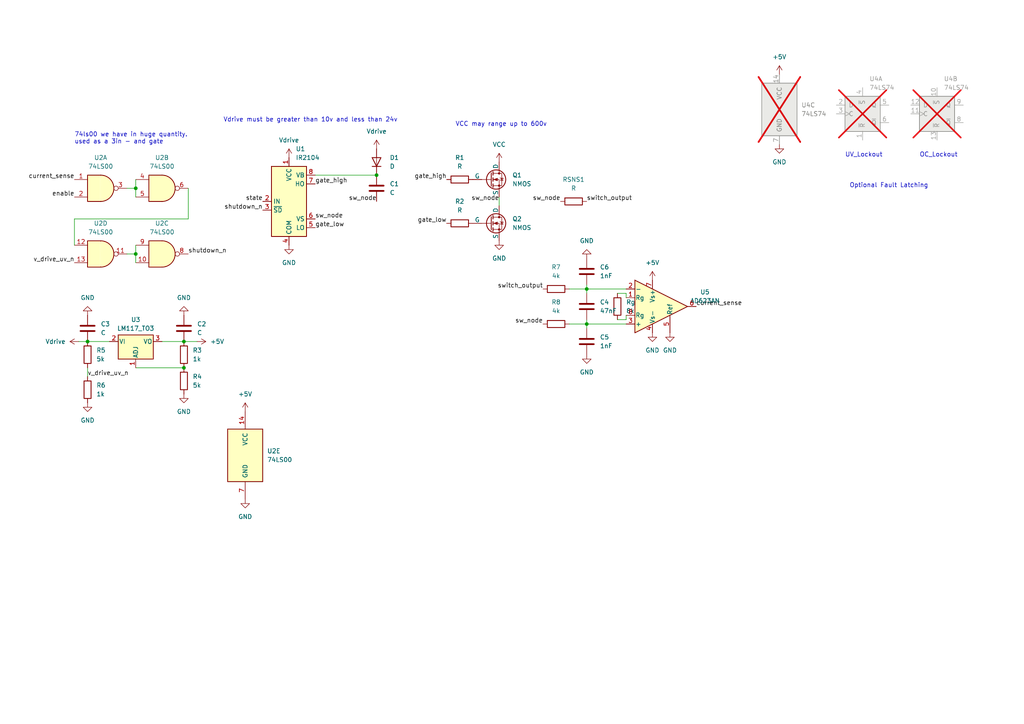
<source format=kicad_sch>
(kicad_sch (version 20230121) (generator eeschema)
  (paper "A4")
  (lib_symbols
    (symbol "74xx:74LS00" (pin_names (offset 1.016))
      (property "Reference" "U" (at 0 1.27 0))
      (property "Value" "74LS00" (at 0 -1.27 0))
      (symbol "74LS00_1_1"
        (arc (start 0 -3.81) (mid 3.7934 0) (end 0 3.81) (stroke (width 0.254)) (fill (type background)))
        (polyline (pts (xy 0 3.81) (xy -3.81 3.81) (xy -3.81 -3.81) (xy 0 -3.81)) (stroke (width 0.254)) (fill (type background)))
        (pin input line (at -7.62 2.54 0) (length 3.81) (name "~") (number "1"))
        (pin input line (at -7.62 -2.54 0) (length 3.81) (name "~") (number "2"))
        (pin output inverted (at 7.62 0 180) (length 3.81) (name "~") (number "3"))
      )
      (symbol "74LS00_1_2"
        (arc (start -3.81 -3.81) (mid -2.589 0) (end -3.81 3.81) (stroke (width 0.254)))
        (arc (start -0.6096 -3.81) (mid 2.1842 -2.5851) (end 3.81 0) (stroke (width 0.254)) (fill (type background)))
        (polyline (pts (xy -3.81 -3.81) (xy -0.635 -3.81)) (stroke (width 0.254)) (fill (type background)))
        (polyline (pts (xy -3.81 3.81) (xy -0.635 3.81)) (stroke (width 0.254)) (fill (type background)))
        (polyline (pts (xy -0.635 3.81) (xy -3.81 3.81) (xy -3.81 3.81) (xy -3.556 3.4036) (xy -3.0226 2.2606) (xy -2.6924 1.0414) (xy -2.6162 -0.254) (xy -2.7686 -1.4986) (xy -3.175 -2.7178) (xy -3.81 -3.81) (xy -3.81 -3.81) (xy -0.635 -3.81)) (stroke (width -25.4)) (fill (type background)))
        (arc (start 3.81 0) (mid 2.1915 2.5936) (end -0.6096 3.81) (stroke (width 0.254)) (fill (type background)))
        (pin input inverted (at -7.62 2.54 0) (length 4.318) (name "~") (number "1"))
        (pin input inverted (at -7.62 -2.54 0) (length 4.318) (name "~") (number "2"))
        (pin output line (at 7.62 0 180) (length 3.81) (name "~") (number "3"))
      )
      (symbol "74LS00_2_1"
        (arc (start 0 -3.81) (mid 3.7934 0) (end 0 3.81) (stroke (width 0.254)) (fill (type background)))
        (polyline (pts (xy 0 3.81) (xy -3.81 3.81) (xy -3.81 -3.81) (xy 0 -3.81)) (stroke (width 0.254)) (fill (type background)))
        (pin input line (at -7.62 2.54 0) (length 3.81) (name "~") (number "4"))
        (pin input line (at -7.62 -2.54 0) (length 3.81) (name "~") (number "5"))
        (pin output inverted (at 7.62 0 180) (length 3.81) (name "~") (number "6"))
      )
      (symbol "74LS00_2_2"
        (arc (start -3.81 -3.81) (mid -2.589 0) (end -3.81 3.81) (stroke (width 0.254)))
        (arc (start -0.6096 -3.81) (mid 2.1842 -2.5851) (end 3.81 0) (stroke (width 0.254)) (fill (type background)))
        (polyline (pts (xy -3.81 -3.81) (xy -0.635 -3.81)) (stroke (width 0.254)) (fill (type background)))
        (polyline (pts (xy -3.81 3.81) (xy -0.635 3.81)) (stroke (width 0.254)) (fill (type background)))
        (polyline (pts (xy -0.635 3.81) (xy -3.81 3.81) (xy -3.81 3.81) (xy -3.556 3.4036) (xy -3.0226 2.2606) (xy -2.6924 1.0414) (xy -2.6162 -0.254) (xy -2.7686 -1.4986) (xy -3.175 -2.7178) (xy -3.81 -3.81) (xy -3.81 -3.81) (xy -0.635 -3.81)) (stroke (width -25.4)) (fill (type background)))
        (arc (start 3.81 0) (mid 2.1915 2.5936) (end -0.6096 3.81) (stroke (width 0.254)) (fill (type background)))
        (pin input inverted (at -7.62 2.54 0) (length 4.318) (name "~") (number "4"))
        (pin input inverted (at -7.62 -2.54 0) (length 4.318) (name "~") (number "5"))
        (pin output line (at 7.62 0 180) (length 3.81) (name "~") (number "6"))
      )
      (symbol "74LS00_3_1"
        (arc (start 0 -3.81) (mid 3.7934 0) (end 0 3.81) (stroke (width 0.254)) (fill (type background)))
        (polyline (pts (xy 0 3.81) (xy -3.81 3.81) (xy -3.81 -3.81) (xy 0 -3.81)) (stroke (width 0.254)) (fill (type background)))
        (pin input line (at -7.62 -2.54 0) (length 3.81) (name "~") (number "10"))
        (pin output inverted (at 7.62 0 180) (length 3.81) (name "~") (number "8"))
        (pin input line (at -7.62 2.54 0) (length 3.81) (name "~") (number "9"))
      )
      (symbol "74LS00_3_2"
        (arc (start -3.81 -3.81) (mid -2.589 0) (end -3.81 3.81) (stroke (width 0.254)))
        (arc (start -0.6096 -3.81) (mid 2.1842 -2.5851) (end 3.81 0) (stroke (width 0.254)) (fill (type background)))
        (polyline (pts (xy -3.81 -3.81) (xy -0.635 -3.81)) (stroke (width 0.254)) (fill (type background)))
        (polyline (pts (xy -3.81 3.81) (xy -0.635 3.81)) (stroke (width 0.254)) (fill (type background)))
        (polyline (pts (xy -0.635 3.81) (xy -3.81 3.81) (xy -3.81 3.81) (xy -3.556 3.4036) (xy -3.0226 2.2606) (xy -2.6924 1.0414) (xy -2.6162 -0.254) (xy -2.7686 -1.4986) (xy -3.175 -2.7178) (xy -3.81 -3.81) (xy -3.81 -3.81) (xy -0.635 -3.81)) (stroke (width -25.4)) (fill (type background)))
        (arc (start 3.81 0) (mid 2.1915 2.5936) (end -0.6096 3.81) (stroke (width 0.254)) (fill (type background)))
        (pin input inverted (at -7.62 -2.54 0) (length 4.318) (name "~") (number "10"))
        (pin output line (at 7.62 0 180) (length 3.81) (name "~") (number "8"))
        (pin input inverted (at -7.62 2.54 0) (length 4.318) (name "~") (number "9"))
      )
      (symbol "74LS00_4_1"
        (arc (start 0 -3.81) (mid 3.7934 0) (end 0 3.81) (stroke (width 0.254)) (fill (type background)))
        (polyline (pts (xy 0 3.81) (xy -3.81 3.81) (xy -3.81 -3.81) (xy 0 -3.81)) (stroke (width 0.254)) (fill (type background)))
        (pin output inverted (at 7.62 0 180) (length 3.81) (name "~") (number "11"))
        (pin input line (at -7.62 2.54 0) (length 3.81) (name "~") (number "12"))
        (pin input line (at -7.62 -2.54 0) (length 3.81) (name "~") (number "13"))
      )
      (symbol "74LS00_4_2"
        (arc (start -3.81 -3.81) (mid -2.589 0) (end -3.81 3.81) (stroke (width 0.254)))
        (arc (start -0.6096 -3.81) (mid 2.1842 -2.5851) (end 3.81 0) (stroke (width 0.254)) (fill (type background)))
        (polyline (pts (xy -3.81 -3.81) (xy -0.635 -3.81)) (stroke (width 0.254)) (fill (type background)))
        (polyline (pts (xy -3.81 3.81) (xy -0.635 3.81)) (stroke (width 0.254)) (fill (type background)))
        (polyline (pts (xy -0.635 3.81) (xy -3.81 3.81) (xy -3.81 3.81) (xy -3.556 3.4036) (xy -3.0226 2.2606) (xy -2.6924 1.0414) (xy -2.6162 -0.254) (xy -2.7686 -1.4986) (xy -3.175 -2.7178) (xy -3.81 -3.81) (xy -3.81 -3.81) (xy -0.635 -3.81)) (stroke (width -25.4)) (fill (type background)))
        (arc (start 3.81 0) (mid 2.1915 2.5936) (end -0.6096 3.81) (stroke (width 0.254)) (fill (type background)))
        (pin output line (at 7.62 0 180) (length 3.81) (name "~") (number "11"))
        (pin input inverted (at -7.62 2.54 0) (length 4.318) (name "~") (number "12"))
        (pin input inverted (at -7.62 -2.54 0) (length 4.318) (name "~") (number "13"))
      )
      (symbol "74LS00_5_0"
        (pin power_in line (at 0 12.7 270) (length 5.08) (name "VCC") (number "14"))
        (pin power_in line (at 0 -12.7 90) (length 5.08) (name "GND") (number "7"))
      )
      (symbol "74LS00_5_1"
        (rectangle (start -5.08 7.62) (end 5.08 -7.62) (stroke (width 0.254)) (fill (type background)))
      )
    )
    (symbol "74xx:74LS74" (pin_names (offset 1.016))
      (property "Reference" "U" (at -7.62 8.89 0))
      (property "Value" "74LS74" (at -7.62 -8.89 0))
      (symbol "74LS74_1_0"
        (pin input line (at 0 -7.62 90) (length 2.54) (name "~{R}") (number "1"))
        (pin input line (at -7.62 2.54 0) (length 2.54) (name "D") (number "2"))
        (pin input clock (at -7.62 0 0) (length 2.54) (name "C") (number "3"))
        (pin input line (at 0 7.62 270) (length 2.54) (name "~{S}") (number "4"))
        (pin output line (at 7.62 2.54 180) (length 2.54) (name "Q") (number "5"))
        (pin output line (at 7.62 -2.54 180) (length 2.54) (name "~{Q}") (number "6"))
      )
      (symbol "74LS74_1_1"
        (rectangle (start -5.08 5.08) (end 5.08 -5.08) (stroke (width 0.254)) (fill (type background)))
      )
      (symbol "74LS74_2_0"
        (pin input line (at 0 7.62 270) (length 2.54) (name "~{S}") (number "10"))
        (pin input clock (at -7.62 0 0) (length 2.54) (name "C") (number "11"))
        (pin input line (at -7.62 2.54 0) (length 2.54) (name "D") (number "12"))
        (pin input line (at 0 -7.62 90) (length 2.54) (name "~{R}") (number "13"))
        (pin output line (at 7.62 -2.54 180) (length 2.54) (name "~{Q}") (number "8"))
        (pin output line (at 7.62 2.54 180) (length 2.54) (name "Q") (number "9"))
      )
      (symbol "74LS74_2_1"
        (rectangle (start -5.08 5.08) (end 5.08 -5.08) (stroke (width 0.254)) (fill (type background)))
      )
      (symbol "74LS74_3_0"
        (pin power_in line (at 0 10.16 270) (length 2.54) (name "VCC") (number "14"))
        (pin power_in line (at 0 -10.16 90) (length 2.54) (name "GND") (number "7"))
      )
      (symbol "74LS74_3_1"
        (rectangle (start -5.08 7.62) (end 5.08 -7.62) (stroke (width 0.254)) (fill (type background)))
      )
    )
    (symbol "Amplifier_Instrumentation:AD623AN" (pin_names (offset 0.127))
      (property "Reference" "U" (at 3.556 7.366 0))
      (property "Value" "AD623AN" (at 6.604 5.334 0))
      (symbol "AD623AN_0_1"
        (polyline (pts (xy -5.08 7.62) (xy -5.08 -7.62) (xy 10.16 0) (xy -5.08 7.62)) (stroke (width 0.254)) (fill (type background)))
      )
      (symbol "AD623AN_1_1"
        (pin passive line (at -7.62 2.54 0) (length 2.54) (name "Rg") (number "1"))
        (pin input line (at -7.62 5.08 0) (length 2.54) (name "-") (number "2"))
        (pin input line (at -7.62 -5.08 0) (length 2.54) (name "+") (number "3"))
        (pin power_in line (at 0 -7.62 90) (length 2.54) (name "Vs-") (number "4"))
        (pin passive line (at 5.08 -7.62 90) (length 5.08) (name "Ref") (number "5"))
        (pin output line (at 12.7 0 180) (length 2.54) (name "~") (number "6"))
        (pin power_in line (at 0 7.62 270) (length 2.54) (name "Vs+") (number "7"))
        (pin passive line (at -7.62 -2.54 0) (length 2.54) (name "Rg") (number "8"))
      )
    )
    (symbol "Device:C" (pin_numbers hide) (pin_names (offset 0.254))
      (property "Reference" "C" (at 0.635 2.54 0))
      (property "Value" "C" (at 0.635 -2.54 0))
      (symbol "C_0_1"
        (polyline (pts (xy -2.032 -0.762) (xy 2.032 -0.762)) (stroke (width 0.508)))
        (polyline (pts (xy -2.032 0.762) (xy 2.032 0.762)) (stroke (width 0.508)))
      )
      (symbol "C_1_1"
        (pin passive line (at 0 3.81 270) (length 2.794) (name "~") (number "1"))
        (pin passive line (at 0 -3.81 90) (length 2.794) (name "~") (number "2"))
      )
    )
    (symbol "Device:D" (pin_numbers hide) (pin_names (offset 1.016) hide)
      (property "Reference" "D" (at 0 2.54 0))
      (property "Value" "D" (at 0 -2.54 0))
      (symbol "D_0_1"
        (polyline (pts (xy -1.27 1.27) (xy -1.27 -1.27)) (stroke (width 0.254)))
        (polyline (pts (xy 1.27 0) (xy -1.27 0)))
        (polyline (pts (xy 1.27 1.27) (xy 1.27 -1.27) (xy -1.27 0) (xy 1.27 1.27)) (stroke (width 0.254)))
      )
      (symbol "D_1_1"
        (pin passive line (at -3.81 0 0) (length 2.54) (name "K") (number "1"))
        (pin passive line (at 3.81 0 180) (length 2.54) (name "A") (number "2"))
      )
    )
    (symbol "Device:R" (pin_numbers hide) (pin_names (offset 0))
      (property "Reference" "R" (at 2.032 0 90))
      (property "Value" "R" (at 0 0 90))
      (symbol "R_0_1"
        (rectangle (start -1.016 -2.54) (end 1.016 2.54) (stroke (width 0.254)))
      )
      (symbol "R_1_1"
        (pin passive line (at 0 3.81 270) (length 1.27) (name "~") (number "1"))
        (pin passive line (at 0 -3.81 90) (length 1.27) (name "~") (number "2"))
      )
    )
    (symbol "Driver_FET:IR2104"
      (property "Reference" "U" (at 1.27 13.335 0))
      (property "Value" "IR2104" (at 1.27 11.43 0))
      (symbol "IR2104_0_1"
        (rectangle (start -5.08 -10.16) (end 5.08 10.16) (stroke (width 0.254)) (fill (type background)))
      )
      (symbol "IR2104_1_1"
        (pin power_in line (at 0 12.7 270) (length 2.54) (name "VCC") (number "1"))
        (pin input line (at -7.62 0 0) (length 2.54) (name "IN") (number "2"))
        (pin input line (at -7.62 -2.54 0) (length 2.54) (name "~{SD}") (number "3"))
        (pin power_in line (at 0 -12.7 90) (length 2.54) (name "COM") (number "4"))
        (pin output line (at 7.62 -7.62 180) (length 2.54) (name "LO") (number "5"))
        (pin passive line (at 7.62 -5.08 180) (length 2.54) (name "VS") (number "6"))
        (pin output line (at 7.62 5.08 180) (length 2.54) (name "HO") (number "7"))
        (pin passive line (at 7.62 7.62 180) (length 2.54) (name "VB") (number "8"))
      )
    )
    (symbol "Regulator_Linear:LM117_TO3" (pin_names (offset 0.254))
      (property "Reference" "U" (at -3.81 3.175 0))
      (property "Value" "LM117_TO3" (at 0 3.175 0))
      (symbol "LM117_TO3_0_1"
        (rectangle (start -5.08 1.905) (end 5.08 -5.08) (stroke (width 0.254)) (fill (type background)))
      )
      (symbol "LM117_TO3_1_1"
        (pin input line (at 0 -7.62 90) (length 2.54) (name "ADJ") (number "1"))
        (pin power_in line (at -7.62 0 0) (length 2.54) (name "VI") (number "2"))
        (pin power_out line (at 7.62 0 180) (length 2.54) (name "VO") (number "3"))
      )
    )
    (symbol "Simulation_SPICE:NMOS" (pin_numbers hide) (pin_names (offset 0))
      (property "Reference" "Q" (at 5.08 1.27 0))
      (property "Value" "NMOS" (at 5.08 -1.27 0))
      (symbol "NMOS_0_1"
        (polyline (pts (xy 0.254 0) (xy -2.54 0)))
        (polyline (pts (xy 0.254 1.905) (xy 0.254 -1.905)) (stroke (width 0.254)))
        (polyline (pts (xy 0.762 -1.27) (xy 0.762 -2.286)) (stroke (width 0.254)))
        (polyline (pts (xy 0.762 0.508) (xy 0.762 -0.508)) (stroke (width 0.254)))
        (polyline (pts (xy 0.762 2.286) (xy 0.762 1.27)) (stroke (width 0.254)))
        (polyline (pts (xy 2.54 2.54) (xy 2.54 1.778)))
        (polyline (pts (xy 2.54 -2.54) (xy 2.54 0) (xy 0.762 0)))
        (polyline (pts (xy 0.762 -1.778) (xy 3.302 -1.778) (xy 3.302 1.778) (xy 0.762 1.778)))
        (polyline (pts (xy 1.016 0) (xy 2.032 0.381) (xy 2.032 -0.381) (xy 1.016 0)) (fill (type outline)))
        (polyline (pts (xy 2.794 0.508) (xy 2.921 0.381) (xy 3.683 0.381) (xy 3.81 0.254)))
        (polyline (pts (xy 3.302 0.381) (xy 2.921 -0.254) (xy 3.683 -0.254) (xy 3.302 0.381)))
        (circle (center 1.651 0) (radius 2.794) (stroke (width 0.254)))
        (circle (center 2.54 -1.778) (radius 0.254) (fill (type outline)))
        (circle (center 2.54 1.778) (radius 0.254) (fill (type outline)))
      )
      (symbol "NMOS_1_1"
        (pin passive line (at 2.54 5.08 270) (length 2.54) (name "D") (number "1"))
        (pin input line (at -5.08 0 0) (length 2.54) (name "G") (number "2"))
        (pin passive line (at 2.54 -5.08 90) (length 2.54) (name "S") (number "3"))
      )
    )
    (symbol "power:+5V" (power) (pin_names (offset 0))
      (property "Value" "+5V" (at 0 3.556 0))
      (symbol "+5V_0_1"
        (polyline (pts (xy -0.762 1.27) (xy 0 2.54)))
        (polyline (pts (xy 0 0) (xy 0 2.54)))
        (polyline (pts (xy 0 2.54) (xy 0.762 1.27)))
      )
      (symbol "+5V_1_1"
        (pin power_in line (at 0 0 90) (length 0) hide (name "+5V") (number "1"))
      )
    )
    (symbol "power:GND" (power) (pin_names (offset 0))
      (property "Value" "GND" (at 0 -3.81 0))
      (symbol "GND_0_1"
        (polyline (pts (xy 0 0) (xy 0 -1.27) (xy 1.27 -1.27) (xy 0 -2.54) (xy -1.27 -1.27) (xy 0 -1.27)))
      )
      (symbol "GND_1_1"
        (pin power_in line (at 0 0 270) (length 0) hide (name "GND") (number "1"))
      )
    )
    (symbol "power:VCC" (power) (pin_names (offset 0))
      (property "Value" "VCC" (at 0 3.81 0))
      (symbol "VCC_0_1"
        (polyline (pts (xy -0.762 1.27) (xy 0 2.54)))
        (polyline (pts (xy 0 0) (xy 0 2.54)))
        (polyline (pts (xy 0 2.54) (xy 0.762 1.27)))
      )
      (symbol "VCC_1_1"
        (pin power_in line (at 0 0 90) (length 0) hide (name "VCC") (number "1"))
      )
    )
    (symbol "power:Vdrive" (power) (pin_names (offset 0))
      (property "Value" "Vdrive" (at 0 3.81 0))
      (symbol "Vdrive_0_1"
        (polyline (pts (xy -0.762 1.27) (xy 0 2.54)))
        (polyline (pts (xy 0 0) (xy 0 2.54)))
        (polyline (pts (xy 0 2.54) (xy 0.762 1.27)))
      )
      (symbol "Vdrive_1_1"
        (pin power_in line (at 0 0 90) (length 0) hide (name "Vdrive") (number "1"))
      )
    )
  )
  (junction (at 53.34 106.68))
  (junction (at 170.18 93.98))
  (junction (at 109.22 50.8))
  (junction (at 170.18 83.82))
  (junction (at 25.4 99.06))
  (junction (at 39.37 73.66))
  (junction (at 39.37 54.61))
  (junction (at 53.34 99.06))
  (wire (pts (xy 170.18 92.71) (xy 170.18 93.98)))
  (wire (pts (xy 54.61 54.61) (xy 54.61 63.5)))
  (wire (pts (xy 91.44 50.8) (xy 109.22 50.8)))
  (wire (pts (xy 144.78 57.15) (xy 144.78 59.69)))
  (wire (pts (xy 179.07 85.09) (xy 181.61 85.09)))
  (wire (pts (xy 39.37 52.07) (xy 39.37 54.61)))
  (wire (pts (xy 21.59 63.5) (xy 54.61 63.5)))
  (wire (pts (xy 181.61 86.36) (xy 181.61 85.09)))
  (wire (pts (xy 46.99 99.06) (xy 53.34 99.06)))
  (wire (pts (xy 21.59 71.12) (xy 21.59 63.5)))
  (wire (pts (xy 39.37 106.68) (xy 53.34 106.68)))
  (wire (pts (xy 39.37 54.61) (xy 39.37 57.15)))
  (wire (pts (xy 181.61 92.71) (xy 181.61 91.44)))
  (wire (pts (xy 179.07 92.71) (xy 181.61 92.71)))
  (wire (pts (xy 53.34 99.06) (xy 57.15 99.06)))
  (wire (pts (xy 39.37 71.12) (xy 39.37 73.66)))
  (wire (pts (xy 165.1 83.82) (xy 170.18 83.82)))
  (wire (pts (xy 165.1 93.98) (xy 170.18 93.98)))
  (wire (pts (xy 25.4 106.68) (xy 25.4 109.22)))
  (wire (pts (xy 25.4 99.06) (xy 31.75 99.06)))
  (wire (pts (xy 170.18 83.82) (xy 181.61 83.82)))
  (wire (pts (xy 36.83 54.61) (xy 39.37 54.61)))
  (wire (pts (xy 170.18 93.98) (xy 170.18 95.25)))
  (wire (pts (xy 39.37 73.66) (xy 39.37 76.2)))
  (wire (pts (xy 170.18 93.98) (xy 181.61 93.98)))
  (wire (pts (xy 170.18 83.82) (xy 170.18 85.09)))
  (wire (pts (xy 36.83 73.66) (xy 39.37 73.66)))
  (wire (pts (xy 170.18 82.55) (xy 170.18 83.82)))
  (wire (pts (xy 22.86 99.06) (xy 25.4 99.06)))
  (text "Vdrive must be greater than 10v and less than 24v\n" (at 64.77 35.56 0) (effects (font (size 1.27 1.27)) (justify left bottom)))
  (text "VCC may range up to 600v\n" (at 132.08 36.83 0) (effects (font (size 1.27 1.27)) (justify left bottom)))
  (text "74ls00 we have in huge quantity.\nused as a 3in - and gate" (at 21.59 41.91 0) (effects (font (size 1.27 1.27)) (justify left bottom)))
  (text "UV_Lockout\n" (at 245.11 45.72 0) (effects (font (size 1.27 1.27)) (justify left bottom)))
  (text "Optional Fault Latching\n" (at 246.38 54.61 0) (effects (font (size 1.27 1.27)) (justify left bottom)))
  (text "OC_Lockout" (at 266.7 45.72 0) (effects (font (size 1.27 1.27)) (justify left bottom)))
  (label "sw_node" (at 109.22 58.42 180))
  (label "enable" (at 21.59 57.15 180))
  (label "current_sense" (at 21.59 52.07 180))
  (label "gate_high" (at 129.54 52.07 180))
  (label "state" (at 76.2 58.42 180))
  (label "gate_low" (at 91.44 66.04 0))
  (label "v_drive_uv_n" (at 25.4 109.22 0))
  (label "sw_node" (at 162.56 58.42 180))
  (label "sw_node" (at 91.44 63.5 0))
  (label "v_drive_uv_n" (at 21.59 76.2 180))
  (label "shutdown_n" (at 54.61 73.66 0))
  (label "switch_output" (at 170.18 58.42 0))
  (label "gate_high" (at 91.44 53.34 0))
  (label "sw_node" (at 144.78 58.42 180))
  (label "shutdown_n" (at 76.2 60.96 180))
  (label "switch_output" (at 157.48 83.82 180))
  (label "gate_low" (at 129.54 64.77 180))
  (label "sw_node" (at 157.48 93.98 180))
  (label "current_sense" (at 201.93 88.9 0))
  (symbol (lib_id "Device:R") (at 166.37 58.42 90) (unit 1)
    (property "Reference" "RSNS1" (at 166.37 52.07 90))
    (property "Value" "R" (at 166.37 54.61 90))
  )
  (symbol (lib_id "power:+5V") (at 57.15 99.06 270) (unit 1)
    (property "Reference" "#PWR07" (effects hide))
    (property "Value" "+5V" (at 60.96 99.06 90) (effects (justify left)))
  )
  (symbol (lib_id "Device:C") (at 170.18 99.06 0) (unit 1)
    (property "Reference" "C5" (at 173.99 97.79 0) (effects (justify left)))
    (property "Value" "1nF" (at 173.99 100.33 0) (effects (justify left)))
  )
  (symbol (lib_id "74xx:74LS00") (at 46.99 73.66 0) (unit 3)
    (property "Reference" "U2" (at 46.9817 64.77 0))
    (property "Value" "74LS00" (at 46.9817 67.31 0))
    (property "Footprint" "Package_DIP:DIP-14_W7.62mm" (effects hide))
    (property "Datasheet" "http://www.ti.com/lit/gpn/sn74ls00" (effects hide))
  )
  (symbol (lib_id "power:GND") (at 194.31 96.52 0) (unit 1)
    (property "Reference" "#PWR018" (effects hide))
    (property "Value" "GND" (at 194.31 101.6 0))
  )
  (symbol (lib_id "power:GND") (at 25.4 116.84 0) (unit 1)
    (property "Reference" "#PWR011" (effects hide))
    (property "Value" "GND" (at 25.4 121.92 0))
  )
  (symbol (lib_id "Driver_FET:IR2104") (at 83.82 58.42 0) (unit 1)
    (property "Reference" "U1" (at 85.7759 43.18 0) (effects (justify left)))
    (property "Value" "IR2104" (at 85.7759 45.72 0) (effects (justify left)))
    (property "Footprint" "Package_DIP:DIP-8_W7.62mm" (effects hide))
    (property "Datasheet" "https://www.infineon.com/dgdl/ir2104.pdf?fileId=5546d462533600a4015355c7c1c31671" (effects hide))
  )
  (symbol (lib_id "power:GND") (at 53.34 91.44 180) (unit 1)
    (property "Reference" "#PWR016" (effects hide))
    (property "Value" "GND" (at 53.34 86.36 0))
  )
  (symbol (lib_id "Device:R") (at 25.4 113.03 0) (unit 1)
    (property "Reference" "R6" (at 27.94 111.76 0) (effects (justify left)))
    (property "Value" "1k" (at 27.94 114.3 0) (effects (justify left)))
  )
  (symbol (lib_id "74xx:74LS74") (at 271.78 33.02 0) (unit 2) (in_bom no) (on_board no) (dnp yes)
    (property "Reference" "U4" (at 273.7359 22.86 0) (effects (justify left)))
    (property "Value" "74LS74" (at 273.7359 25.4 0) (effects (justify left)))
    (property "Datasheet" "74xx/74hc_hct74.pdf" (effects hide))
  )
  (symbol (lib_id "power:+5V") (at 71.12 119.38 0) (unit 1)
    (property "Reference" "#PWR09" (effects hide))
    (property "Value" "+5V" (at 71.12 114.3 0))
  )
  (symbol (lib_id "Device:R") (at 179.07 88.9 180) (unit 1)
    (property "Reference" "Rg" (at 181.61 87.63 0) (effects (justify right)))
    (property "Value" "8k" (at 181.61 90.17 0) (effects (justify right)))
  )
  (symbol (lib_id "power:Vdrive") (at 109.22 43.18 0) (unit 1)
    (property "Reference" "#PWR03" (effects hide))
    (property "Value" "Vdrive" (at 109.22 38.1 0))
  )
  (symbol (lib_id "Simulation_SPICE:NMOS") (at 142.24 52.07 0) (unit 1)
    (property "Reference" "Q1" (at 148.59 50.8 0) (effects (justify left)))
    (property "Value" "NMOS" (at 148.59 53.34 0) (effects (justify left)))
    (property "Footprint" "Package_TO_SOT_THT:TO-220-3_Vertical" (effects hide))
    (property "Datasheet" "https://ngspice.sourceforge.io/docs/ngspice-manual.pdf" (effects hide))
    (property "Sim.Device" "NMOS" (effects hide))
    (property "Sim.Type" "VDMOS" (effects hide))
    (property "Sim.Pins" "1=D 2=G 3=S" (effects hide))
  )
  (symbol (lib_id "74xx:74LS00") (at 71.12 132.08 0) (unit 5)
    (property "Reference" "U2" (at 77.47 130.81 0) (effects (justify left)))
    (property "Value" "74LS00" (at 77.47 133.35 0) (effects (justify left)))
    (property "Footprint" "Package_DIP:DIP-14_W7.62mm" (effects hide))
    (property "Datasheet" "http://www.ti.com/lit/gpn/sn74ls00" (effects hide))
  )
  (symbol (lib_id "power:GND") (at 226.06 41.91 0) (unit 1)
    (property "Reference" "#PWR013" (effects hide))
    (property "Value" "GND" (at 226.06 46.99 0))
  )
  (symbol (lib_id "power:Vdrive") (at 22.86 99.06 90) (unit 1)
    (property "Reference" "#PWR06" (effects hide))
    (property "Value" "Vdrive" (at 19.05 99.06 90) (effects (justify left)))
  )
  (symbol (lib_id "power:+5V") (at 226.06 21.59 0) (unit 1)
    (property "Reference" "#PWR012" (effects hide))
    (property "Value" "+5V" (at 226.06 16.51 0))
  )
  (symbol (lib_id "Device:C") (at 170.18 78.74 0) (unit 1)
    (property "Reference" "C6" (at 173.99 77.47 0) (effects (justify left)))
    (property "Value" "1nF" (at 173.99 80.01 0) (effects (justify left)))
  )
  (symbol (lib_id "power:GND") (at 170.18 74.93 180) (unit 1)
    (property "Reference" "#PWR020" (effects hide))
    (property "Value" "GND" (at 170.18 69.85 0))
  )
  (symbol (lib_id "Device:C") (at 25.4 95.25 0) (unit 1)
    (property "Reference" "C3" (at 29.21 93.98 0) (effects (justify left)))
    (property "Value" "C" (at 29.21 96.52 0) (effects (justify left)))
  )
  (symbol (lib_id "power:GND") (at 170.18 102.87 0) (unit 1)
    (property "Reference" "#PWR019" (effects hide))
    (property "Value" "GND" (at 170.18 107.95 0))
  )
  (symbol (lib_id "Device:C") (at 53.34 95.25 0) (unit 1)
    (property "Reference" "C2" (at 57.15 93.98 0) (effects (justify left)))
    (property "Value" "C" (at 57.15 96.52 0) (effects (justify left)))
  )
  (symbol (lib_id "power:GND") (at 144.78 69.85 0) (unit 1)
    (property "Reference" "#PWR05" (effects hide))
    (property "Value" "GND" (at 144.78 74.93 0))
  )
  (symbol (lib_id "Device:R") (at 133.35 52.07 90) (unit 1)
    (property "Reference" "R1" (at 133.35 45.72 90))
    (property "Value" "R" (at 133.35 48.26 90))
  )
  (symbol (lib_id "power:+5V") (at 189.23 81.28 0) (unit 1)
    (property "Reference" "#PWR014" (effects hide))
    (property "Value" "+5V" (at 189.23 76.2 0))
  )
  (symbol (lib_id "power:GND") (at 83.82 71.12 0) (unit 1)
    (property "Reference" "#PWR02" (effects hide))
    (property "Value" "GND" (at 83.82 76.2 0))
  )
  (symbol (lib_id "power:GND") (at 71.12 144.78 0) (unit 1)
    (property "Reference" "#PWR010" (effects hide))
    (property "Value" "GND" (at 71.12 149.86 0))
  )
  (symbol (lib_id "74xx:74LS74") (at 250.19 33.02 0) (unit 1) (in_bom no) (on_board no) (dnp yes)
    (property "Reference" "U4" (at 252.1459 22.86 0) (effects (justify left)))
    (property "Value" "74LS74" (at 252.1459 25.4 0) (effects (justify left)))
    (property "Datasheet" "74xx/74hc_hct74.pdf" (effects hide))
  )
  (symbol (lib_id "Regulator_Linear:LM117_TO3") (at 39.37 99.06 0) (unit 1)
    (property "Reference" "U3" (at 39.37 92.71 0))
    (property "Value" "LM117_TO3" (at 39.37 95.25 0))
    (property "Footprint" "Package_TO_SOT_THT:TO-3" (effects hide))
    (property "Datasheet" "http://www.ti.com/lit/ds/symlink/lm317.pdf" (effects hide))
  )
  (symbol (lib_id "74xx:74LS00") (at 46.99 54.61 0) (unit 2)
    (property "Reference" "U2" (at 46.9817 45.72 0))
    (property "Value" "74LS00" (at 46.9817 48.26 0))
    (property "Footprint" "Package_DIP:DIP-14_W7.62mm" (effects hide))
    (property "Datasheet" "http://www.ti.com/lit/gpn/sn74ls00" (effects hide))
  )
  (symbol (lib_id "Amplifier_Instrumentation:AD623AN") (at 189.23 88.9 0) (unit 1)
    (property "Reference" "U5" (at 204.47 84.7091 0))
    (property "Value" "AD623AN" (at 204.47 87.2491 0))
    (property "Datasheet" "https://www.analog.com/media/en/technical-documentation/data-sheets/AD623.pdf" (effects hide))
  )
  (symbol (lib_id "Device:R") (at 133.35 64.77 90) (unit 1)
    (property "Reference" "R2" (at 133.35 58.42 90))
    (property "Value" "R" (at 133.35 60.96 90))
  )
  (symbol (lib_id "74xx:74LS00") (at 29.21 73.66 0) (unit 4)
    (property "Reference" "U2" (at 29.2017 64.77 0))
    (property "Value" "74LS00" (at 29.2017 67.31 0))
    (property "Footprint" "Package_DIP:DIP-14_W7.62mm" (effects hide))
    (property "Datasheet" "http://www.ti.com/lit/gpn/sn74ls00" (effects hide))
  )
  (symbol (lib_id "power:VCC") (at 144.78 46.99 0) (unit 1)
    (property "Reference" "#PWR04" (effects hide))
    (property "Value" "VCC" (at 144.78 41.91 0))
  )
  (symbol (lib_id "Device:R") (at 53.34 102.87 0) (unit 1)
    (property "Reference" "R3" (at 55.88 101.6 0) (effects (justify left)))
    (property "Value" "1k" (at 55.88 104.14 0) (effects (justify left)))
  )
  (symbol (lib_id "74xx:74LS00") (at 29.21 54.61 0) (unit 1)
    (property "Reference" "U2" (at 29.2017 45.72 0))
    (property "Value" "74LS00" (at 29.2017 48.26 0))
    (property "Footprint" "Package_DIP:DIP-14_W7.62mm" (effects hide))
    (property "Datasheet" "http://www.ti.com/lit/gpn/sn74ls00" (effects hide))
  )
  (symbol (lib_id "Device:R") (at 25.4 102.87 0) (unit 1)
    (property "Reference" "R5" (at 27.94 101.6 0) (effects (justify left)))
    (property "Value" "5k" (at 27.94 104.14 0) (effects (justify left)))
  )
  (symbol (lib_id "power:GND") (at 53.34 114.3 0) (unit 1)
    (property "Reference" "#PWR08" (effects hide))
    (property "Value" "GND" (at 53.34 119.38 0))
  )
  (symbol (lib_id "Device:R") (at 161.29 93.98 90) (unit 1)
    (property "Reference" "R8" (at 161.29 87.63 90))
    (property "Value" "4k" (at 161.29 90.17 90))
  )
  (symbol (lib_id "74xx:74LS74") (at 226.06 31.75 0) (unit 3) (in_bom no) (on_board no) (dnp yes)
    (property "Reference" "U4" (at 232.41 30.48 0) (effects (justify left)))
    (property "Value" "74LS74" (at 232.41 33.02 0) (effects (justify left)))
    (property "Datasheet" "74xx/74hc_hct74.pdf" (effects hide))
  )
  (symbol (lib_id "power:GND") (at 189.23 96.52 0) (unit 1)
    (property "Reference" "#PWR015" (effects hide))
    (property "Value" "GND" (at 189.23 101.6 0))
  )
  (symbol (lib_id "Device:D") (at 109.22 46.99 90) (unit 1)
    (property "Reference" "D1" (at 113.03 45.72 90) (effects (justify right)))
    (property "Value" "D" (at 113.03 48.26 90) (effects (justify right)))
    (property "Sim.Device" "D" (effects hide))
    (property "Sim.Pins" "1=K 2=A" (effects hide))
  )
  (symbol (lib_id "Device:R") (at 161.29 83.82 90) (unit 1)
    (property "Reference" "R7" (at 161.29 77.47 90))
    (property "Value" "4k" (at 161.29 80.01 90))
  )
  (symbol (lib_id "Device:R") (at 53.34 110.49 0) (unit 1)
    (property "Reference" "R4" (at 55.88 109.22 0) (effects (justify left)))
    (property "Value" "5k" (at 55.88 111.76 0) (effects (justify left)))
  )
  (symbol (lib_id "Simulation_SPICE:NMOS") (at 142.24 64.77 0) (unit 1)
    (property "Reference" "Q2" (at 148.59 63.5 0) (effects (justify left)))
    (property "Value" "NMOS" (at 148.59 66.04 0) (effects (justify left)))
    (property "Footprint" "Package_TO_SOT_THT:TO-220-3_Vertical" (effects hide))
    (property "Datasheet" "https://ngspice.sourceforge.io/docs/ngspice-manual.pdf" (effects hide))
    (property "Sim.Device" "NMOS" (effects hide))
    (property "Sim.Type" "VDMOS" (effects hide))
    (property "Sim.Pins" "1=D 2=G 3=S" (effects hide))
  )
  (symbol (lib_id "Device:C") (at 109.22 54.61 0) (unit 1)
    (property "Reference" "C1" (at 113.03 53.34 0) (effects (justify left)))
    (property "Value" "C" (at 113.03 55.88 0) (effects (justify left)))
  )
  (symbol (lib_id "power:Vdrive") (at 83.82 45.72 0) (unit 1)
    (property "Reference" "#PWR01" (effects hide))
    (property "Value" "Vdrive" (at 83.82 40.64 0))
  )
  (symbol (lib_id "power:GND") (at 25.4 91.44 180) (unit 1)
    (property "Reference" "#PWR017" (effects hide))
    (property "Value" "GND" (at 25.4 86.36 0))
  )
  (symbol (lib_id "Device:C") (at 170.18 88.9 0) (unit 1)
    (property "Reference" "C4" (at 173.99 87.63 0) (effects (justify left)))
    (property "Value" "47nF" (at 173.99 90.17 0) (effects (justify left)))
  )
)
</source>
